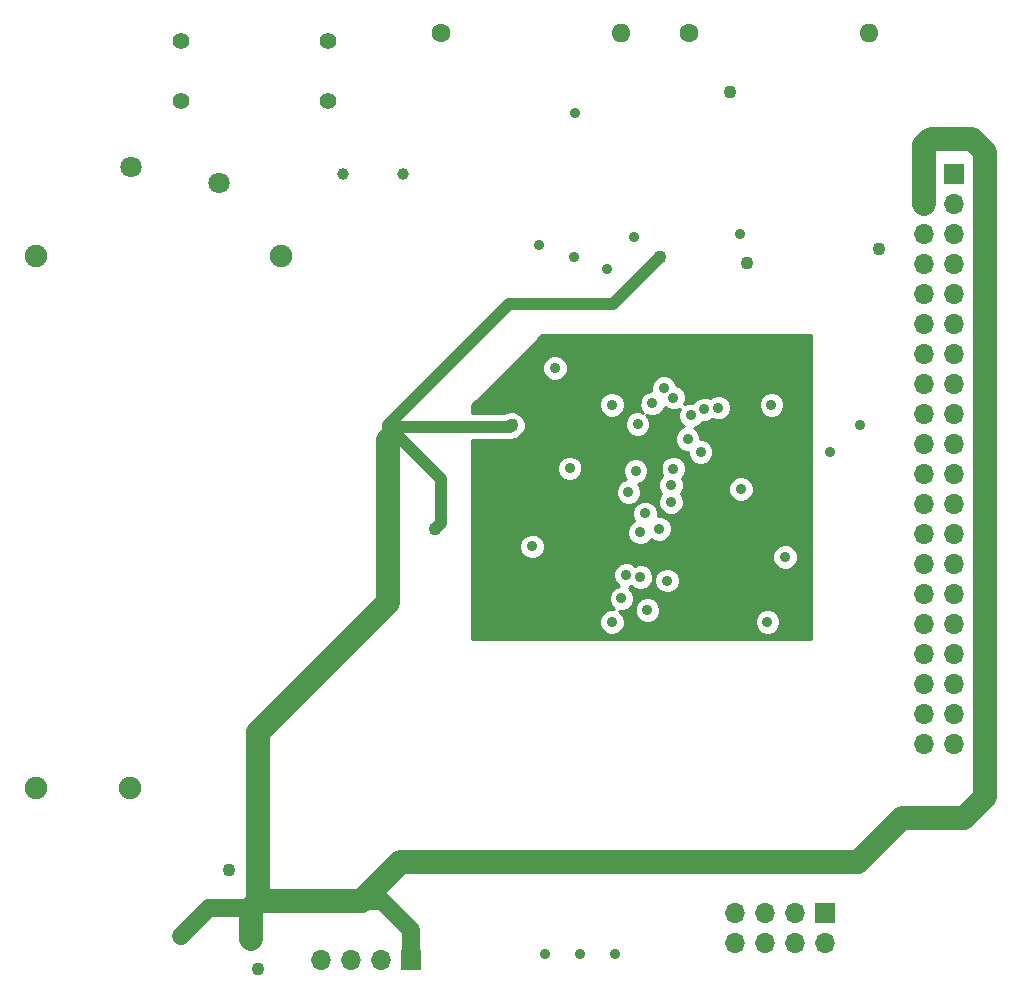
<source format=gbr>
G04 #@! TF.FileFunction,Copper,L3,Inr,Plane*
%FSLAX46Y46*%
G04 Gerber Fmt 4.6, Leading zero omitted, Abs format (unit mm)*
G04 Created by KiCad (PCBNEW 4.0.7) date Tue Aug  7 16:53:50 2018*
%MOMM*%
%LPD*%
G01*
G04 APERTURE LIST*
%ADD10C,0.100000*%
%ADD11C,1.900000*%
%ADD12R,1.700000X1.700000*%
%ADD13O,1.700000X1.700000*%
%ADD14C,1.600000*%
%ADD15O,1.600000X1.600000*%
%ADD16C,1.400000*%
%ADD17C,1.000000*%
%ADD18C,1.800000*%
%ADD19C,0.900000*%
%ADD20C,1.100000*%
%ADD21C,0.500000*%
%ADD22C,2.000000*%
%ADD23C,1.500000*%
%ADD24C,1.000000*%
%ADD25C,0.254000*%
G04 APERTURE END LIST*
D10*
D11*
X108200000Y-140450000D03*
X100200000Y-140450000D03*
X121000000Y-95450000D03*
X100200000Y-95450000D03*
D12*
X178000000Y-88500000D03*
D13*
X175460000Y-88500000D03*
X178000000Y-91040000D03*
X175460000Y-91040000D03*
X178000000Y-93580000D03*
X175460000Y-93580000D03*
X178000000Y-96120000D03*
X175460000Y-96120000D03*
X178000000Y-98660000D03*
X175460000Y-98660000D03*
X178000000Y-101200000D03*
X175460000Y-101200000D03*
X178000000Y-103740000D03*
X175460000Y-103740000D03*
X178000000Y-106280000D03*
X175460000Y-106280000D03*
X178000000Y-108820000D03*
X175460000Y-108820000D03*
X178000000Y-111360000D03*
X175460000Y-111360000D03*
X178000000Y-113900000D03*
X175460000Y-113900000D03*
X178000000Y-116440000D03*
X175460000Y-116440000D03*
X178000000Y-118980000D03*
X175460000Y-118980000D03*
X178000000Y-121520000D03*
X175460000Y-121520000D03*
X178000000Y-124060000D03*
X175460000Y-124060000D03*
X178000000Y-126600000D03*
X175460000Y-126600000D03*
X178000000Y-129140000D03*
X175460000Y-129140000D03*
X178000000Y-131680000D03*
X175460000Y-131680000D03*
X178000000Y-134220000D03*
X175460000Y-134220000D03*
X178000000Y-136760000D03*
X175460000Y-136760000D03*
D12*
X167000000Y-151000000D03*
D13*
X167000000Y-153540000D03*
X164460000Y-151000000D03*
X164460000Y-153540000D03*
X161920000Y-151000000D03*
X161920000Y-153540000D03*
X159380000Y-151000000D03*
X159380000Y-153540000D03*
D14*
X134500000Y-76500000D03*
D15*
X149740000Y-76500000D03*
D14*
X155500000Y-76500000D03*
D15*
X170740000Y-76500000D03*
D12*
X132000000Y-155000000D03*
D13*
X129460000Y-155000000D03*
X126920000Y-155000000D03*
X124380000Y-155000000D03*
D16*
X112500000Y-82290000D03*
X112500000Y-77210000D03*
X125000000Y-82290000D03*
X125000000Y-77210000D03*
D17*
X131290000Y-88500000D03*
X126210000Y-88500000D03*
D18*
X115750000Y-89250000D03*
X108250000Y-87850000D03*
D19*
X145900000Y-83300000D03*
D20*
X159000000Y-81500000D03*
X160400000Y-96000000D03*
X171600000Y-94800000D03*
X119000000Y-155750000D03*
D19*
X142830000Y-94510000D03*
X145830000Y-95510000D03*
X148580000Y-96510000D03*
X150830000Y-93760000D03*
X159830000Y-93510000D03*
D20*
X116600000Y-147400000D03*
D19*
X149000000Y-108000000D03*
X154000000Y-114800000D03*
X142250000Y-120000000D03*
X163670000Y-120890000D03*
X162170000Y-126390000D03*
X143300000Y-154500000D03*
X149300000Y-154500000D03*
X146300000Y-154500000D03*
X145420000Y-113390000D03*
X152420000Y-107890000D03*
X144170000Y-104890000D03*
X159920000Y-115140000D03*
X153670000Y-122890000D03*
D20*
X164500000Y-103000000D03*
D19*
X157200000Y-124300000D03*
X155600000Y-122800000D03*
X143000000Y-118000000D03*
X156420000Y-119890000D03*
X153420000Y-109890000D03*
X147920000Y-111390000D03*
X158170000Y-113640000D03*
D20*
X112500000Y-153000000D03*
X118400000Y-153200000D03*
X140500000Y-109750000D03*
X134000000Y-118500000D03*
X153080000Y-95510000D03*
D19*
X143250000Y-146750000D03*
X153400000Y-106600000D03*
X150400000Y-115400000D03*
X152000000Y-125400000D03*
X151800000Y-117200000D03*
X151400000Y-118800000D03*
X151400000Y-122600000D03*
X149800000Y-124400000D03*
X150200000Y-122400000D03*
X151170000Y-109640000D03*
X170000000Y-109750000D03*
X167500000Y-112000000D03*
X149000000Y-126400000D03*
X154000000Y-116250000D03*
X162500000Y-108000000D03*
X153000000Y-118500000D03*
X154200000Y-113400000D03*
X158000000Y-108250000D03*
X156800000Y-108400000D03*
X156500000Y-112000000D03*
X155400000Y-110900000D03*
X155700000Y-108900000D03*
X154200000Y-107400000D03*
X151000000Y-113600000D03*
D21*
X164500000Y-103000000D02*
X164500000Y-103100000D01*
D22*
X180600000Y-92200000D02*
X180600000Y-86600000D01*
X175460000Y-86040000D02*
X175460000Y-91040000D01*
X176000000Y-85500000D02*
X175460000Y-86040000D01*
X179500000Y-85500000D02*
X176000000Y-85500000D01*
X180600000Y-86600000D02*
X179500000Y-85500000D01*
D23*
X114900000Y-150600000D02*
X118400000Y-150600000D01*
X112500000Y-153000000D02*
X114900000Y-150600000D01*
D22*
X118400000Y-153200000D02*
X118400000Y-150600000D01*
X118400000Y-150600000D02*
X119000000Y-150000000D01*
D24*
X134500000Y-118000000D02*
X134000000Y-118500000D01*
D23*
X127700000Y-150000000D02*
X129500000Y-150000000D01*
X132000000Y-152500000D02*
X132000000Y-155000000D01*
X129500000Y-150000000D02*
X132000000Y-152500000D01*
D24*
X130000000Y-109750000D02*
X140250000Y-99500000D01*
X130000000Y-109750000D02*
X130125000Y-109875000D01*
X130000000Y-111000000D02*
X130000000Y-109750000D01*
X130125000Y-109875000D02*
X140375000Y-109875000D01*
X140375000Y-109875000D02*
X140500000Y-109750000D01*
X134500000Y-114250000D02*
X134500000Y-118000000D01*
X130125000Y-109875000D02*
X134500000Y-114250000D01*
X130000000Y-124750000D02*
X130000000Y-111000000D01*
X119000000Y-150000000D02*
X119000000Y-135750000D01*
X140250000Y-99500000D02*
X149090000Y-99500000D01*
X149090000Y-99500000D02*
X153080000Y-95510000D01*
D22*
X130000000Y-124750000D02*
X130000000Y-111000000D01*
X119000000Y-135750000D02*
X130000000Y-124750000D01*
X143250000Y-146750000D02*
X169850000Y-146750000D01*
X169850000Y-146750000D02*
X173600000Y-143000000D01*
X119000000Y-150000000D02*
X127700000Y-150000000D01*
X127700000Y-150000000D02*
X127800000Y-150000000D01*
X127800000Y-150000000D02*
X131050000Y-146750000D01*
X131050000Y-146750000D02*
X143250000Y-146750000D01*
X119000000Y-150000000D02*
X119000000Y-135750000D01*
D24*
X167600000Y-146750000D02*
X169850000Y-146750000D01*
X169850000Y-146750000D02*
X173600000Y-143000000D01*
X143250000Y-146750000D02*
X164200000Y-146750000D01*
X164200000Y-146750000D02*
X167600000Y-146750000D01*
X167600000Y-146750000D02*
X167650000Y-146750000D01*
X131050000Y-146750000D02*
X143250000Y-146750000D01*
X127800000Y-150000000D02*
X131050000Y-146750000D01*
D22*
X173600000Y-143000000D02*
X178800000Y-143000000D01*
X178800000Y-143000000D02*
X180600000Y-141200000D01*
X180600000Y-141200000D02*
X180600000Y-92200000D01*
D24*
X180600000Y-141200000D02*
X180600000Y-92200000D01*
X178800000Y-143000000D02*
X180600000Y-141200000D01*
X173600000Y-143000000D02*
X178800000Y-143000000D01*
D25*
G36*
X165873000Y-127873000D02*
X137127000Y-127873000D01*
X137127000Y-126614873D01*
X147914812Y-126614873D01*
X148079646Y-127013800D01*
X148384595Y-127319282D01*
X148783233Y-127484811D01*
X149214873Y-127485188D01*
X149613800Y-127320354D01*
X149919282Y-127015405D01*
X150084811Y-126616767D01*
X150084821Y-126604873D01*
X161084812Y-126604873D01*
X161249646Y-127003800D01*
X161554595Y-127309282D01*
X161953233Y-127474811D01*
X162384873Y-127475188D01*
X162783800Y-127310354D01*
X163089282Y-127005405D01*
X163254811Y-126606767D01*
X163255188Y-126175127D01*
X163090354Y-125776200D01*
X162785405Y-125470718D01*
X162386767Y-125305189D01*
X161955127Y-125304812D01*
X161556200Y-125469646D01*
X161250718Y-125774595D01*
X161085189Y-126173233D01*
X161084812Y-126604873D01*
X150084821Y-126604873D01*
X150085188Y-126185127D01*
X149920354Y-125786200D01*
X149749326Y-125614873D01*
X150914812Y-125614873D01*
X151079646Y-126013800D01*
X151384595Y-126319282D01*
X151783233Y-126484811D01*
X152214873Y-126485188D01*
X152613800Y-126320354D01*
X152919282Y-126015405D01*
X153084811Y-125616767D01*
X153085188Y-125185127D01*
X152920354Y-124786200D01*
X152615405Y-124480718D01*
X152216767Y-124315189D01*
X151785127Y-124314812D01*
X151386200Y-124479646D01*
X151080718Y-124784595D01*
X150915189Y-125183233D01*
X150914812Y-125614873D01*
X149749326Y-125614873D01*
X149619522Y-125484843D01*
X150014873Y-125485188D01*
X150413800Y-125320354D01*
X150719282Y-125015405D01*
X150884811Y-124616767D01*
X150885188Y-124185127D01*
X150720354Y-123786200D01*
X150418409Y-123483727D01*
X150652532Y-123386989D01*
X150784595Y-123519282D01*
X151183233Y-123684811D01*
X151614873Y-123685188D01*
X152013800Y-123520354D01*
X152319282Y-123215405D01*
X152365178Y-123104873D01*
X152584812Y-123104873D01*
X152749646Y-123503800D01*
X153054595Y-123809282D01*
X153453233Y-123974811D01*
X153884873Y-123975188D01*
X154283800Y-123810354D01*
X154589282Y-123505405D01*
X154754811Y-123106767D01*
X154755188Y-122675127D01*
X154590354Y-122276200D01*
X154285405Y-121970718D01*
X153886767Y-121805189D01*
X153455127Y-121804812D01*
X153056200Y-121969646D01*
X152750718Y-122274595D01*
X152585189Y-122673233D01*
X152584812Y-123104873D01*
X152365178Y-123104873D01*
X152484811Y-122816767D01*
X152485188Y-122385127D01*
X152320354Y-121986200D01*
X152015405Y-121680718D01*
X151616767Y-121515189D01*
X151185127Y-121514812D01*
X150947468Y-121613011D01*
X150815405Y-121480718D01*
X150416767Y-121315189D01*
X149985127Y-121314812D01*
X149586200Y-121479646D01*
X149280718Y-121784595D01*
X149115189Y-122183233D01*
X149114812Y-122614873D01*
X149279646Y-123013800D01*
X149581591Y-123316273D01*
X149186200Y-123479646D01*
X148880718Y-123784595D01*
X148715189Y-124183233D01*
X148714812Y-124614873D01*
X148879646Y-125013800D01*
X149180478Y-125315157D01*
X148785127Y-125314812D01*
X148386200Y-125479646D01*
X148080718Y-125784595D01*
X147915189Y-126183233D01*
X147914812Y-126614873D01*
X137127000Y-126614873D01*
X137127000Y-121104873D01*
X162584812Y-121104873D01*
X162749646Y-121503800D01*
X163054595Y-121809282D01*
X163453233Y-121974811D01*
X163884873Y-121975188D01*
X164283800Y-121810354D01*
X164589282Y-121505405D01*
X164754811Y-121106767D01*
X164755188Y-120675127D01*
X164590354Y-120276200D01*
X164285405Y-119970718D01*
X163886767Y-119805189D01*
X163455127Y-119804812D01*
X163056200Y-119969646D01*
X162750718Y-120274595D01*
X162585189Y-120673233D01*
X162584812Y-121104873D01*
X137127000Y-121104873D01*
X137127000Y-120214873D01*
X141164812Y-120214873D01*
X141329646Y-120613800D01*
X141634595Y-120919282D01*
X142033233Y-121084811D01*
X142464873Y-121085188D01*
X142863800Y-120920354D01*
X143169282Y-120615405D01*
X143334811Y-120216767D01*
X143335188Y-119785127D01*
X143170354Y-119386200D01*
X142865405Y-119080718D01*
X142706833Y-119014873D01*
X150314812Y-119014873D01*
X150479646Y-119413800D01*
X150784595Y-119719282D01*
X151183233Y-119884811D01*
X151614873Y-119885188D01*
X152013800Y-119720354D01*
X152319282Y-119415405D01*
X152337332Y-119371936D01*
X152384595Y-119419282D01*
X152783233Y-119584811D01*
X153214873Y-119585188D01*
X153613800Y-119420354D01*
X153919282Y-119115405D01*
X154084811Y-118716767D01*
X154085188Y-118285127D01*
X153920354Y-117886200D01*
X153615405Y-117580718D01*
X153216767Y-117415189D01*
X152884813Y-117414899D01*
X152885188Y-116985127D01*
X152720354Y-116586200D01*
X152415405Y-116280718D01*
X152016767Y-116115189D01*
X151585127Y-116114812D01*
X151186200Y-116279646D01*
X150880718Y-116584595D01*
X150715189Y-116983233D01*
X150714812Y-117414873D01*
X150879646Y-117813800D01*
X150898894Y-117833082D01*
X150786200Y-117879646D01*
X150480718Y-118184595D01*
X150315189Y-118583233D01*
X150314812Y-119014873D01*
X142706833Y-119014873D01*
X142466767Y-118915189D01*
X142035127Y-118914812D01*
X141636200Y-119079646D01*
X141330718Y-119384595D01*
X141165189Y-119783233D01*
X141164812Y-120214873D01*
X137127000Y-120214873D01*
X137127000Y-115614873D01*
X149314812Y-115614873D01*
X149479646Y-116013800D01*
X149784595Y-116319282D01*
X150183233Y-116484811D01*
X150614873Y-116485188D01*
X151013800Y-116320354D01*
X151319282Y-116015405D01*
X151484811Y-115616767D01*
X151485188Y-115185127D01*
X151414841Y-115014873D01*
X152914812Y-115014873D01*
X153079646Y-115413800D01*
X153190578Y-115524926D01*
X153080718Y-115634595D01*
X152915189Y-116033233D01*
X152914812Y-116464873D01*
X153079646Y-116863800D01*
X153384595Y-117169282D01*
X153783233Y-117334811D01*
X154214873Y-117335188D01*
X154613800Y-117170354D01*
X154919282Y-116865405D01*
X155084811Y-116466767D01*
X155085188Y-116035127D01*
X154920354Y-115636200D01*
X154809422Y-115525074D01*
X154919282Y-115415405D01*
X154944417Y-115354873D01*
X158834812Y-115354873D01*
X158999646Y-115753800D01*
X159304595Y-116059282D01*
X159703233Y-116224811D01*
X160134873Y-116225188D01*
X160533800Y-116060354D01*
X160839282Y-115755405D01*
X161004811Y-115356767D01*
X161005188Y-114925127D01*
X160840354Y-114526200D01*
X160535405Y-114220718D01*
X160136767Y-114055189D01*
X159705127Y-114054812D01*
X159306200Y-114219646D01*
X159000718Y-114524595D01*
X158835189Y-114923233D01*
X158834812Y-115354873D01*
X154944417Y-115354873D01*
X155084811Y-115016767D01*
X155085188Y-114585127D01*
X154928482Y-114205872D01*
X155119282Y-114015405D01*
X155284811Y-113616767D01*
X155285188Y-113185127D01*
X155120354Y-112786200D01*
X154815405Y-112480718D01*
X154416767Y-112315189D01*
X153985127Y-112314812D01*
X153586200Y-112479646D01*
X153280718Y-112784595D01*
X153115189Y-113183233D01*
X153114812Y-113614873D01*
X153271518Y-113994128D01*
X153080718Y-114184595D01*
X152915189Y-114583233D01*
X152914812Y-115014873D01*
X151414841Y-115014873D01*
X151320354Y-114786200D01*
X151218162Y-114683829D01*
X151613800Y-114520354D01*
X151919282Y-114215405D01*
X152084811Y-113816767D01*
X152085188Y-113385127D01*
X151920354Y-112986200D01*
X151615405Y-112680718D01*
X151216767Y-112515189D01*
X150785127Y-112514812D01*
X150386200Y-112679646D01*
X150080718Y-112984595D01*
X149915189Y-113383233D01*
X149914812Y-113814873D01*
X150079646Y-114213800D01*
X150181838Y-114316171D01*
X149786200Y-114479646D01*
X149480718Y-114784595D01*
X149315189Y-115183233D01*
X149314812Y-115614873D01*
X137127000Y-115614873D01*
X137127000Y-113604873D01*
X144334812Y-113604873D01*
X144499646Y-114003800D01*
X144804595Y-114309282D01*
X145203233Y-114474811D01*
X145634873Y-114475188D01*
X146033800Y-114310354D01*
X146339282Y-114005405D01*
X146504811Y-113606767D01*
X146505188Y-113175127D01*
X146340354Y-112776200D01*
X146035405Y-112470718D01*
X145636767Y-112305189D01*
X145205127Y-112304812D01*
X144806200Y-112469646D01*
X144500718Y-112774595D01*
X144335189Y-113173233D01*
X144334812Y-113604873D01*
X137127000Y-113604873D01*
X137127000Y-111010000D01*
X140375000Y-111010000D01*
X140809346Y-110923603D01*
X140884839Y-110873160D01*
X141170372Y-110755180D01*
X141504009Y-110422125D01*
X141684794Y-109986745D01*
X141684909Y-109854873D01*
X150084812Y-109854873D01*
X150249646Y-110253800D01*
X150554595Y-110559282D01*
X150953233Y-110724811D01*
X151384873Y-110725188D01*
X151783800Y-110560354D01*
X152089282Y-110255405D01*
X152254811Y-109856767D01*
X152255188Y-109425127D01*
X152090354Y-109026200D01*
X151922820Y-108858373D01*
X152203233Y-108974811D01*
X152634873Y-108975188D01*
X153033800Y-108810354D01*
X153339282Y-108505405D01*
X153465928Y-108200408D01*
X153584595Y-108319282D01*
X153983233Y-108484811D01*
X154414873Y-108485188D01*
X154755943Y-108344260D01*
X154615189Y-108683233D01*
X154614812Y-109114873D01*
X154779646Y-109513800D01*
X155084595Y-109819282D01*
X155129341Y-109837862D01*
X154786200Y-109979646D01*
X154480718Y-110284595D01*
X154315189Y-110683233D01*
X154314812Y-111114873D01*
X154479646Y-111513800D01*
X154784595Y-111819282D01*
X155183233Y-111984811D01*
X155415013Y-111985013D01*
X155414812Y-112214873D01*
X155579646Y-112613800D01*
X155884595Y-112919282D01*
X156283233Y-113084811D01*
X156714873Y-113085188D01*
X157113800Y-112920354D01*
X157419282Y-112615405D01*
X157584811Y-112216767D01*
X157585188Y-111785127D01*
X157420354Y-111386200D01*
X157115405Y-111080718D01*
X156716767Y-110915189D01*
X156484987Y-110914987D01*
X156485188Y-110685127D01*
X156320354Y-110286200D01*
X156015405Y-109980718D01*
X155970659Y-109962138D01*
X156313800Y-109820354D01*
X156619282Y-109515405D01*
X156631968Y-109484854D01*
X157014873Y-109485188D01*
X157413800Y-109320354D01*
X157512099Y-109222226D01*
X157783233Y-109334811D01*
X158214873Y-109335188D01*
X158613800Y-109170354D01*
X158919282Y-108865405D01*
X159084811Y-108466767D01*
X159085031Y-108214873D01*
X161414812Y-108214873D01*
X161579646Y-108613800D01*
X161884595Y-108919282D01*
X162283233Y-109084811D01*
X162714873Y-109085188D01*
X163113800Y-108920354D01*
X163419282Y-108615405D01*
X163584811Y-108216767D01*
X163585188Y-107785127D01*
X163420354Y-107386200D01*
X163115405Y-107080718D01*
X162716767Y-106915189D01*
X162285127Y-106914812D01*
X161886200Y-107079646D01*
X161580718Y-107384595D01*
X161415189Y-107783233D01*
X161414812Y-108214873D01*
X159085031Y-108214873D01*
X159085188Y-108035127D01*
X158920354Y-107636200D01*
X158615405Y-107330718D01*
X158216767Y-107165189D01*
X157785127Y-107164812D01*
X157386200Y-107329646D01*
X157287901Y-107427774D01*
X157016767Y-107315189D01*
X156585127Y-107314812D01*
X156186200Y-107479646D01*
X155880718Y-107784595D01*
X155868032Y-107815146D01*
X155485127Y-107814812D01*
X155144057Y-107955740D01*
X155284811Y-107616767D01*
X155285188Y-107185127D01*
X155120354Y-106786200D01*
X154815405Y-106480718D01*
X154464476Y-106334999D01*
X154320354Y-105986200D01*
X154015405Y-105680718D01*
X153616767Y-105515189D01*
X153185127Y-105514812D01*
X152786200Y-105679646D01*
X152480718Y-105984595D01*
X152315189Y-106383233D01*
X152314821Y-106804908D01*
X152205127Y-106804812D01*
X151806200Y-106969646D01*
X151500718Y-107274595D01*
X151335189Y-107673233D01*
X151334812Y-108104873D01*
X151499646Y-108503800D01*
X151667180Y-108671627D01*
X151386767Y-108555189D01*
X150955127Y-108554812D01*
X150556200Y-108719646D01*
X150250718Y-109024595D01*
X150085189Y-109423233D01*
X150084812Y-109854873D01*
X141684909Y-109854873D01*
X141685206Y-109515323D01*
X141505180Y-109079628D01*
X141172125Y-108745991D01*
X140736745Y-108565206D01*
X140265323Y-108564794D01*
X139841293Y-108740000D01*
X137127000Y-108740000D01*
X137127000Y-108214873D01*
X147914812Y-108214873D01*
X148079646Y-108613800D01*
X148384595Y-108919282D01*
X148783233Y-109084811D01*
X149214873Y-109085188D01*
X149613800Y-108920354D01*
X149919282Y-108615405D01*
X150084811Y-108216767D01*
X150085188Y-107785127D01*
X149920354Y-107386200D01*
X149615405Y-107080718D01*
X149216767Y-106915189D01*
X148785127Y-106914812D01*
X148386200Y-107079646D01*
X148080718Y-107384595D01*
X147915189Y-107783233D01*
X147914812Y-108214873D01*
X137127000Y-108214873D01*
X137127000Y-108052606D01*
X140074733Y-105104873D01*
X143084812Y-105104873D01*
X143249646Y-105503800D01*
X143554595Y-105809282D01*
X143953233Y-105974811D01*
X144384873Y-105975188D01*
X144783800Y-105810354D01*
X145089282Y-105505405D01*
X145254811Y-105106767D01*
X145255188Y-104675127D01*
X145090354Y-104276200D01*
X144785405Y-103970718D01*
X144386767Y-103805189D01*
X143955127Y-103804812D01*
X143556200Y-103969646D01*
X143250718Y-104274595D01*
X143085189Y-104673233D01*
X143084812Y-105104873D01*
X140074733Y-105104873D01*
X143052606Y-102127000D01*
X165873000Y-102127000D01*
X165873000Y-127873000D01*
X165873000Y-127873000D01*
G37*
X165873000Y-127873000D02*
X137127000Y-127873000D01*
X137127000Y-126614873D01*
X147914812Y-126614873D01*
X148079646Y-127013800D01*
X148384595Y-127319282D01*
X148783233Y-127484811D01*
X149214873Y-127485188D01*
X149613800Y-127320354D01*
X149919282Y-127015405D01*
X150084811Y-126616767D01*
X150084821Y-126604873D01*
X161084812Y-126604873D01*
X161249646Y-127003800D01*
X161554595Y-127309282D01*
X161953233Y-127474811D01*
X162384873Y-127475188D01*
X162783800Y-127310354D01*
X163089282Y-127005405D01*
X163254811Y-126606767D01*
X163255188Y-126175127D01*
X163090354Y-125776200D01*
X162785405Y-125470718D01*
X162386767Y-125305189D01*
X161955127Y-125304812D01*
X161556200Y-125469646D01*
X161250718Y-125774595D01*
X161085189Y-126173233D01*
X161084812Y-126604873D01*
X150084821Y-126604873D01*
X150085188Y-126185127D01*
X149920354Y-125786200D01*
X149749326Y-125614873D01*
X150914812Y-125614873D01*
X151079646Y-126013800D01*
X151384595Y-126319282D01*
X151783233Y-126484811D01*
X152214873Y-126485188D01*
X152613800Y-126320354D01*
X152919282Y-126015405D01*
X153084811Y-125616767D01*
X153085188Y-125185127D01*
X152920354Y-124786200D01*
X152615405Y-124480718D01*
X152216767Y-124315189D01*
X151785127Y-124314812D01*
X151386200Y-124479646D01*
X151080718Y-124784595D01*
X150915189Y-125183233D01*
X150914812Y-125614873D01*
X149749326Y-125614873D01*
X149619522Y-125484843D01*
X150014873Y-125485188D01*
X150413800Y-125320354D01*
X150719282Y-125015405D01*
X150884811Y-124616767D01*
X150885188Y-124185127D01*
X150720354Y-123786200D01*
X150418409Y-123483727D01*
X150652532Y-123386989D01*
X150784595Y-123519282D01*
X151183233Y-123684811D01*
X151614873Y-123685188D01*
X152013800Y-123520354D01*
X152319282Y-123215405D01*
X152365178Y-123104873D01*
X152584812Y-123104873D01*
X152749646Y-123503800D01*
X153054595Y-123809282D01*
X153453233Y-123974811D01*
X153884873Y-123975188D01*
X154283800Y-123810354D01*
X154589282Y-123505405D01*
X154754811Y-123106767D01*
X154755188Y-122675127D01*
X154590354Y-122276200D01*
X154285405Y-121970718D01*
X153886767Y-121805189D01*
X153455127Y-121804812D01*
X153056200Y-121969646D01*
X152750718Y-122274595D01*
X152585189Y-122673233D01*
X152584812Y-123104873D01*
X152365178Y-123104873D01*
X152484811Y-122816767D01*
X152485188Y-122385127D01*
X152320354Y-121986200D01*
X152015405Y-121680718D01*
X151616767Y-121515189D01*
X151185127Y-121514812D01*
X150947468Y-121613011D01*
X150815405Y-121480718D01*
X150416767Y-121315189D01*
X149985127Y-121314812D01*
X149586200Y-121479646D01*
X149280718Y-121784595D01*
X149115189Y-122183233D01*
X149114812Y-122614873D01*
X149279646Y-123013800D01*
X149581591Y-123316273D01*
X149186200Y-123479646D01*
X148880718Y-123784595D01*
X148715189Y-124183233D01*
X148714812Y-124614873D01*
X148879646Y-125013800D01*
X149180478Y-125315157D01*
X148785127Y-125314812D01*
X148386200Y-125479646D01*
X148080718Y-125784595D01*
X147915189Y-126183233D01*
X147914812Y-126614873D01*
X137127000Y-126614873D01*
X137127000Y-121104873D01*
X162584812Y-121104873D01*
X162749646Y-121503800D01*
X163054595Y-121809282D01*
X163453233Y-121974811D01*
X163884873Y-121975188D01*
X164283800Y-121810354D01*
X164589282Y-121505405D01*
X164754811Y-121106767D01*
X164755188Y-120675127D01*
X164590354Y-120276200D01*
X164285405Y-119970718D01*
X163886767Y-119805189D01*
X163455127Y-119804812D01*
X163056200Y-119969646D01*
X162750718Y-120274595D01*
X162585189Y-120673233D01*
X162584812Y-121104873D01*
X137127000Y-121104873D01*
X137127000Y-120214873D01*
X141164812Y-120214873D01*
X141329646Y-120613800D01*
X141634595Y-120919282D01*
X142033233Y-121084811D01*
X142464873Y-121085188D01*
X142863800Y-120920354D01*
X143169282Y-120615405D01*
X143334811Y-120216767D01*
X143335188Y-119785127D01*
X143170354Y-119386200D01*
X142865405Y-119080718D01*
X142706833Y-119014873D01*
X150314812Y-119014873D01*
X150479646Y-119413800D01*
X150784595Y-119719282D01*
X151183233Y-119884811D01*
X151614873Y-119885188D01*
X152013800Y-119720354D01*
X152319282Y-119415405D01*
X152337332Y-119371936D01*
X152384595Y-119419282D01*
X152783233Y-119584811D01*
X153214873Y-119585188D01*
X153613800Y-119420354D01*
X153919282Y-119115405D01*
X154084811Y-118716767D01*
X154085188Y-118285127D01*
X153920354Y-117886200D01*
X153615405Y-117580718D01*
X153216767Y-117415189D01*
X152884813Y-117414899D01*
X152885188Y-116985127D01*
X152720354Y-116586200D01*
X152415405Y-116280718D01*
X152016767Y-116115189D01*
X151585127Y-116114812D01*
X151186200Y-116279646D01*
X150880718Y-116584595D01*
X150715189Y-116983233D01*
X150714812Y-117414873D01*
X150879646Y-117813800D01*
X150898894Y-117833082D01*
X150786200Y-117879646D01*
X150480718Y-118184595D01*
X150315189Y-118583233D01*
X150314812Y-119014873D01*
X142706833Y-119014873D01*
X142466767Y-118915189D01*
X142035127Y-118914812D01*
X141636200Y-119079646D01*
X141330718Y-119384595D01*
X141165189Y-119783233D01*
X141164812Y-120214873D01*
X137127000Y-120214873D01*
X137127000Y-115614873D01*
X149314812Y-115614873D01*
X149479646Y-116013800D01*
X149784595Y-116319282D01*
X150183233Y-116484811D01*
X150614873Y-116485188D01*
X151013800Y-116320354D01*
X151319282Y-116015405D01*
X151484811Y-115616767D01*
X151485188Y-115185127D01*
X151414841Y-115014873D01*
X152914812Y-115014873D01*
X153079646Y-115413800D01*
X153190578Y-115524926D01*
X153080718Y-115634595D01*
X152915189Y-116033233D01*
X152914812Y-116464873D01*
X153079646Y-116863800D01*
X153384595Y-117169282D01*
X153783233Y-117334811D01*
X154214873Y-117335188D01*
X154613800Y-117170354D01*
X154919282Y-116865405D01*
X155084811Y-116466767D01*
X155085188Y-116035127D01*
X154920354Y-115636200D01*
X154809422Y-115525074D01*
X154919282Y-115415405D01*
X154944417Y-115354873D01*
X158834812Y-115354873D01*
X158999646Y-115753800D01*
X159304595Y-116059282D01*
X159703233Y-116224811D01*
X160134873Y-116225188D01*
X160533800Y-116060354D01*
X160839282Y-115755405D01*
X161004811Y-115356767D01*
X161005188Y-114925127D01*
X160840354Y-114526200D01*
X160535405Y-114220718D01*
X160136767Y-114055189D01*
X159705127Y-114054812D01*
X159306200Y-114219646D01*
X159000718Y-114524595D01*
X158835189Y-114923233D01*
X158834812Y-115354873D01*
X154944417Y-115354873D01*
X155084811Y-115016767D01*
X155085188Y-114585127D01*
X154928482Y-114205872D01*
X155119282Y-114015405D01*
X155284811Y-113616767D01*
X155285188Y-113185127D01*
X155120354Y-112786200D01*
X154815405Y-112480718D01*
X154416767Y-112315189D01*
X153985127Y-112314812D01*
X153586200Y-112479646D01*
X153280718Y-112784595D01*
X153115189Y-113183233D01*
X153114812Y-113614873D01*
X153271518Y-113994128D01*
X153080718Y-114184595D01*
X152915189Y-114583233D01*
X152914812Y-115014873D01*
X151414841Y-115014873D01*
X151320354Y-114786200D01*
X151218162Y-114683829D01*
X151613800Y-114520354D01*
X151919282Y-114215405D01*
X152084811Y-113816767D01*
X152085188Y-113385127D01*
X151920354Y-112986200D01*
X151615405Y-112680718D01*
X151216767Y-112515189D01*
X150785127Y-112514812D01*
X150386200Y-112679646D01*
X150080718Y-112984595D01*
X149915189Y-113383233D01*
X149914812Y-113814873D01*
X150079646Y-114213800D01*
X150181838Y-114316171D01*
X149786200Y-114479646D01*
X149480718Y-114784595D01*
X149315189Y-115183233D01*
X149314812Y-115614873D01*
X137127000Y-115614873D01*
X137127000Y-113604873D01*
X144334812Y-113604873D01*
X144499646Y-114003800D01*
X144804595Y-114309282D01*
X145203233Y-114474811D01*
X145634873Y-114475188D01*
X146033800Y-114310354D01*
X146339282Y-114005405D01*
X146504811Y-113606767D01*
X146505188Y-113175127D01*
X146340354Y-112776200D01*
X146035405Y-112470718D01*
X145636767Y-112305189D01*
X145205127Y-112304812D01*
X144806200Y-112469646D01*
X144500718Y-112774595D01*
X144335189Y-113173233D01*
X144334812Y-113604873D01*
X137127000Y-113604873D01*
X137127000Y-111010000D01*
X140375000Y-111010000D01*
X140809346Y-110923603D01*
X140884839Y-110873160D01*
X141170372Y-110755180D01*
X141504009Y-110422125D01*
X141684794Y-109986745D01*
X141684909Y-109854873D01*
X150084812Y-109854873D01*
X150249646Y-110253800D01*
X150554595Y-110559282D01*
X150953233Y-110724811D01*
X151384873Y-110725188D01*
X151783800Y-110560354D01*
X152089282Y-110255405D01*
X152254811Y-109856767D01*
X152255188Y-109425127D01*
X152090354Y-109026200D01*
X151922820Y-108858373D01*
X152203233Y-108974811D01*
X152634873Y-108975188D01*
X153033800Y-108810354D01*
X153339282Y-108505405D01*
X153465928Y-108200408D01*
X153584595Y-108319282D01*
X153983233Y-108484811D01*
X154414873Y-108485188D01*
X154755943Y-108344260D01*
X154615189Y-108683233D01*
X154614812Y-109114873D01*
X154779646Y-109513800D01*
X155084595Y-109819282D01*
X155129341Y-109837862D01*
X154786200Y-109979646D01*
X154480718Y-110284595D01*
X154315189Y-110683233D01*
X154314812Y-111114873D01*
X154479646Y-111513800D01*
X154784595Y-111819282D01*
X155183233Y-111984811D01*
X155415013Y-111985013D01*
X155414812Y-112214873D01*
X155579646Y-112613800D01*
X155884595Y-112919282D01*
X156283233Y-113084811D01*
X156714873Y-113085188D01*
X157113800Y-112920354D01*
X157419282Y-112615405D01*
X157584811Y-112216767D01*
X157585188Y-111785127D01*
X157420354Y-111386200D01*
X157115405Y-111080718D01*
X156716767Y-110915189D01*
X156484987Y-110914987D01*
X156485188Y-110685127D01*
X156320354Y-110286200D01*
X156015405Y-109980718D01*
X155970659Y-109962138D01*
X156313800Y-109820354D01*
X156619282Y-109515405D01*
X156631968Y-109484854D01*
X157014873Y-109485188D01*
X157413800Y-109320354D01*
X157512099Y-109222226D01*
X157783233Y-109334811D01*
X158214873Y-109335188D01*
X158613800Y-109170354D01*
X158919282Y-108865405D01*
X159084811Y-108466767D01*
X159085031Y-108214873D01*
X161414812Y-108214873D01*
X161579646Y-108613800D01*
X161884595Y-108919282D01*
X162283233Y-109084811D01*
X162714873Y-109085188D01*
X163113800Y-108920354D01*
X163419282Y-108615405D01*
X163584811Y-108216767D01*
X163585188Y-107785127D01*
X163420354Y-107386200D01*
X163115405Y-107080718D01*
X162716767Y-106915189D01*
X162285127Y-106914812D01*
X161886200Y-107079646D01*
X161580718Y-107384595D01*
X161415189Y-107783233D01*
X161414812Y-108214873D01*
X159085031Y-108214873D01*
X159085188Y-108035127D01*
X158920354Y-107636200D01*
X158615405Y-107330718D01*
X158216767Y-107165189D01*
X157785127Y-107164812D01*
X157386200Y-107329646D01*
X157287901Y-107427774D01*
X157016767Y-107315189D01*
X156585127Y-107314812D01*
X156186200Y-107479646D01*
X155880718Y-107784595D01*
X155868032Y-107815146D01*
X155485127Y-107814812D01*
X155144057Y-107955740D01*
X155284811Y-107616767D01*
X155285188Y-107185127D01*
X155120354Y-106786200D01*
X154815405Y-106480718D01*
X154464476Y-106334999D01*
X154320354Y-105986200D01*
X154015405Y-105680718D01*
X153616767Y-105515189D01*
X153185127Y-105514812D01*
X152786200Y-105679646D01*
X152480718Y-105984595D01*
X152315189Y-106383233D01*
X152314821Y-106804908D01*
X152205127Y-106804812D01*
X151806200Y-106969646D01*
X151500718Y-107274595D01*
X151335189Y-107673233D01*
X151334812Y-108104873D01*
X151499646Y-108503800D01*
X151667180Y-108671627D01*
X151386767Y-108555189D01*
X150955127Y-108554812D01*
X150556200Y-108719646D01*
X150250718Y-109024595D01*
X150085189Y-109423233D01*
X150084812Y-109854873D01*
X141684909Y-109854873D01*
X141685206Y-109515323D01*
X141505180Y-109079628D01*
X141172125Y-108745991D01*
X140736745Y-108565206D01*
X140265323Y-108564794D01*
X139841293Y-108740000D01*
X137127000Y-108740000D01*
X137127000Y-108214873D01*
X147914812Y-108214873D01*
X148079646Y-108613800D01*
X148384595Y-108919282D01*
X148783233Y-109084811D01*
X149214873Y-109085188D01*
X149613800Y-108920354D01*
X149919282Y-108615405D01*
X150084811Y-108216767D01*
X150085188Y-107785127D01*
X149920354Y-107386200D01*
X149615405Y-107080718D01*
X149216767Y-106915189D01*
X148785127Y-106914812D01*
X148386200Y-107079646D01*
X148080718Y-107384595D01*
X147915189Y-107783233D01*
X147914812Y-108214873D01*
X137127000Y-108214873D01*
X137127000Y-108052606D01*
X140074733Y-105104873D01*
X143084812Y-105104873D01*
X143249646Y-105503800D01*
X143554595Y-105809282D01*
X143953233Y-105974811D01*
X144384873Y-105975188D01*
X144783800Y-105810354D01*
X145089282Y-105505405D01*
X145254811Y-105106767D01*
X145255188Y-104675127D01*
X145090354Y-104276200D01*
X144785405Y-103970718D01*
X144386767Y-103805189D01*
X143955127Y-103804812D01*
X143556200Y-103969646D01*
X143250718Y-104274595D01*
X143085189Y-104673233D01*
X143084812Y-105104873D01*
X140074733Y-105104873D01*
X143052606Y-102127000D01*
X165873000Y-102127000D01*
X165873000Y-127873000D01*
M02*

</source>
